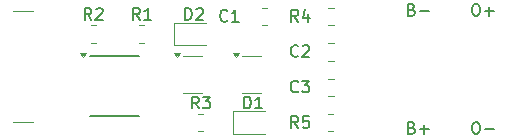
<source format=gbr>
%TF.GenerationSoftware,KiCad,Pcbnew,8.0.6*%
%TF.CreationDate,2025-04-05T03:11:41-05:00*%
%TF.ProjectId,battery protection board,62617474-6572-4792-9070-726f74656374,rev?*%
%TF.SameCoordinates,Original*%
%TF.FileFunction,Legend,Top*%
%TF.FilePolarity,Positive*%
%FSLAX46Y46*%
G04 Gerber Fmt 4.6, Leading zero omitted, Abs format (unit mm)*
G04 Created by KiCad (PCBNEW 8.0.6) date 2025-04-05 03:11:41*
%MOMM*%
%LPD*%
G01*
G04 APERTURE LIST*
%ADD10C,0.150000*%
%ADD11C,0.120000*%
G04 APERTURE END LIST*
D10*
X175785714Y-99954819D02*
X175976190Y-99954819D01*
X175976190Y-99954819D02*
X176071428Y-100002438D01*
X176071428Y-100002438D02*
X176166666Y-100097676D01*
X176166666Y-100097676D02*
X176214285Y-100288152D01*
X176214285Y-100288152D02*
X176214285Y-100621485D01*
X176214285Y-100621485D02*
X176166666Y-100811961D01*
X176166666Y-100811961D02*
X176071428Y-100907200D01*
X176071428Y-100907200D02*
X175976190Y-100954819D01*
X175976190Y-100954819D02*
X175785714Y-100954819D01*
X175785714Y-100954819D02*
X175690476Y-100907200D01*
X175690476Y-100907200D02*
X175595238Y-100811961D01*
X175595238Y-100811961D02*
X175547619Y-100621485D01*
X175547619Y-100621485D02*
X175547619Y-100288152D01*
X175547619Y-100288152D02*
X175595238Y-100097676D01*
X175595238Y-100097676D02*
X175690476Y-100002438D01*
X175690476Y-100002438D02*
X175785714Y-99954819D01*
X176642857Y-100573866D02*
X177404762Y-100573866D01*
X175785714Y-89954819D02*
X175976190Y-89954819D01*
X175976190Y-89954819D02*
X176071428Y-90002438D01*
X176071428Y-90002438D02*
X176166666Y-90097676D01*
X176166666Y-90097676D02*
X176214285Y-90288152D01*
X176214285Y-90288152D02*
X176214285Y-90621485D01*
X176214285Y-90621485D02*
X176166666Y-90811961D01*
X176166666Y-90811961D02*
X176071428Y-90907200D01*
X176071428Y-90907200D02*
X175976190Y-90954819D01*
X175976190Y-90954819D02*
X175785714Y-90954819D01*
X175785714Y-90954819D02*
X175690476Y-90907200D01*
X175690476Y-90907200D02*
X175595238Y-90811961D01*
X175595238Y-90811961D02*
X175547619Y-90621485D01*
X175547619Y-90621485D02*
X175547619Y-90288152D01*
X175547619Y-90288152D02*
X175595238Y-90097676D01*
X175595238Y-90097676D02*
X175690476Y-90002438D01*
X175690476Y-90002438D02*
X175785714Y-89954819D01*
X176642857Y-90573866D02*
X177404762Y-90573866D01*
X177023809Y-90954819D02*
X177023809Y-90192914D01*
X160833333Y-100454819D02*
X160500000Y-99978628D01*
X160261905Y-100454819D02*
X160261905Y-99454819D01*
X160261905Y-99454819D02*
X160642857Y-99454819D01*
X160642857Y-99454819D02*
X160738095Y-99502438D01*
X160738095Y-99502438D02*
X160785714Y-99550057D01*
X160785714Y-99550057D02*
X160833333Y-99645295D01*
X160833333Y-99645295D02*
X160833333Y-99788152D01*
X160833333Y-99788152D02*
X160785714Y-99883390D01*
X160785714Y-99883390D02*
X160738095Y-99931009D01*
X160738095Y-99931009D02*
X160642857Y-99978628D01*
X160642857Y-99978628D02*
X160261905Y-99978628D01*
X161738095Y-99454819D02*
X161261905Y-99454819D01*
X161261905Y-99454819D02*
X161214286Y-99931009D01*
X161214286Y-99931009D02*
X161261905Y-99883390D01*
X161261905Y-99883390D02*
X161357143Y-99835771D01*
X161357143Y-99835771D02*
X161595238Y-99835771D01*
X161595238Y-99835771D02*
X161690476Y-99883390D01*
X161690476Y-99883390D02*
X161738095Y-99931009D01*
X161738095Y-99931009D02*
X161785714Y-100026247D01*
X161785714Y-100026247D02*
X161785714Y-100264342D01*
X161785714Y-100264342D02*
X161738095Y-100359580D01*
X161738095Y-100359580D02*
X161690476Y-100407200D01*
X161690476Y-100407200D02*
X161595238Y-100454819D01*
X161595238Y-100454819D02*
X161357143Y-100454819D01*
X161357143Y-100454819D02*
X161261905Y-100407200D01*
X161261905Y-100407200D02*
X161214286Y-100359580D01*
X160833333Y-91454819D02*
X160500000Y-90978628D01*
X160261905Y-91454819D02*
X160261905Y-90454819D01*
X160261905Y-90454819D02*
X160642857Y-90454819D01*
X160642857Y-90454819D02*
X160738095Y-90502438D01*
X160738095Y-90502438D02*
X160785714Y-90550057D01*
X160785714Y-90550057D02*
X160833333Y-90645295D01*
X160833333Y-90645295D02*
X160833333Y-90788152D01*
X160833333Y-90788152D02*
X160785714Y-90883390D01*
X160785714Y-90883390D02*
X160738095Y-90931009D01*
X160738095Y-90931009D02*
X160642857Y-90978628D01*
X160642857Y-90978628D02*
X160261905Y-90978628D01*
X161690476Y-90788152D02*
X161690476Y-91454819D01*
X161452381Y-90407200D02*
X161214286Y-91121485D01*
X161214286Y-91121485D02*
X161833333Y-91121485D01*
X152420833Y-98804819D02*
X152087500Y-98328628D01*
X151849405Y-98804819D02*
X151849405Y-97804819D01*
X151849405Y-97804819D02*
X152230357Y-97804819D01*
X152230357Y-97804819D02*
X152325595Y-97852438D01*
X152325595Y-97852438D02*
X152373214Y-97900057D01*
X152373214Y-97900057D02*
X152420833Y-97995295D01*
X152420833Y-97995295D02*
X152420833Y-98138152D01*
X152420833Y-98138152D02*
X152373214Y-98233390D01*
X152373214Y-98233390D02*
X152325595Y-98281009D01*
X152325595Y-98281009D02*
X152230357Y-98328628D01*
X152230357Y-98328628D02*
X151849405Y-98328628D01*
X152754167Y-97804819D02*
X153373214Y-97804819D01*
X153373214Y-97804819D02*
X153039881Y-98185771D01*
X153039881Y-98185771D02*
X153182738Y-98185771D01*
X153182738Y-98185771D02*
X153277976Y-98233390D01*
X153277976Y-98233390D02*
X153325595Y-98281009D01*
X153325595Y-98281009D02*
X153373214Y-98376247D01*
X153373214Y-98376247D02*
X153373214Y-98614342D01*
X153373214Y-98614342D02*
X153325595Y-98709580D01*
X153325595Y-98709580D02*
X153277976Y-98757200D01*
X153277976Y-98757200D02*
X153182738Y-98804819D01*
X153182738Y-98804819D02*
X152897024Y-98804819D01*
X152897024Y-98804819D02*
X152801786Y-98757200D01*
X152801786Y-98757200D02*
X152754167Y-98709580D01*
X143333333Y-91304819D02*
X143000000Y-90828628D01*
X142761905Y-91304819D02*
X142761905Y-90304819D01*
X142761905Y-90304819D02*
X143142857Y-90304819D01*
X143142857Y-90304819D02*
X143238095Y-90352438D01*
X143238095Y-90352438D02*
X143285714Y-90400057D01*
X143285714Y-90400057D02*
X143333333Y-90495295D01*
X143333333Y-90495295D02*
X143333333Y-90638152D01*
X143333333Y-90638152D02*
X143285714Y-90733390D01*
X143285714Y-90733390D02*
X143238095Y-90781009D01*
X143238095Y-90781009D02*
X143142857Y-90828628D01*
X143142857Y-90828628D02*
X142761905Y-90828628D01*
X143714286Y-90400057D02*
X143761905Y-90352438D01*
X143761905Y-90352438D02*
X143857143Y-90304819D01*
X143857143Y-90304819D02*
X144095238Y-90304819D01*
X144095238Y-90304819D02*
X144190476Y-90352438D01*
X144190476Y-90352438D02*
X144238095Y-90400057D01*
X144238095Y-90400057D02*
X144285714Y-90495295D01*
X144285714Y-90495295D02*
X144285714Y-90590533D01*
X144285714Y-90590533D02*
X144238095Y-90733390D01*
X144238095Y-90733390D02*
X143666667Y-91304819D01*
X143666667Y-91304819D02*
X144285714Y-91304819D01*
X147420833Y-91304819D02*
X147087500Y-90828628D01*
X146849405Y-91304819D02*
X146849405Y-90304819D01*
X146849405Y-90304819D02*
X147230357Y-90304819D01*
X147230357Y-90304819D02*
X147325595Y-90352438D01*
X147325595Y-90352438D02*
X147373214Y-90400057D01*
X147373214Y-90400057D02*
X147420833Y-90495295D01*
X147420833Y-90495295D02*
X147420833Y-90638152D01*
X147420833Y-90638152D02*
X147373214Y-90733390D01*
X147373214Y-90733390D02*
X147325595Y-90781009D01*
X147325595Y-90781009D02*
X147230357Y-90828628D01*
X147230357Y-90828628D02*
X146849405Y-90828628D01*
X148373214Y-91304819D02*
X147801786Y-91304819D01*
X148087500Y-91304819D02*
X148087500Y-90304819D01*
X148087500Y-90304819D02*
X147992262Y-90447676D01*
X147992262Y-90447676D02*
X147897024Y-90542914D01*
X147897024Y-90542914D02*
X147801786Y-90590533D01*
X170452381Y-90431009D02*
X170595238Y-90478628D01*
X170595238Y-90478628D02*
X170642857Y-90526247D01*
X170642857Y-90526247D02*
X170690476Y-90621485D01*
X170690476Y-90621485D02*
X170690476Y-90764342D01*
X170690476Y-90764342D02*
X170642857Y-90859580D01*
X170642857Y-90859580D02*
X170595238Y-90907200D01*
X170595238Y-90907200D02*
X170500000Y-90954819D01*
X170500000Y-90954819D02*
X170119048Y-90954819D01*
X170119048Y-90954819D02*
X170119048Y-89954819D01*
X170119048Y-89954819D02*
X170452381Y-89954819D01*
X170452381Y-89954819D02*
X170547619Y-90002438D01*
X170547619Y-90002438D02*
X170595238Y-90050057D01*
X170595238Y-90050057D02*
X170642857Y-90145295D01*
X170642857Y-90145295D02*
X170642857Y-90240533D01*
X170642857Y-90240533D02*
X170595238Y-90335771D01*
X170595238Y-90335771D02*
X170547619Y-90383390D01*
X170547619Y-90383390D02*
X170452381Y-90431009D01*
X170452381Y-90431009D02*
X170119048Y-90431009D01*
X171119048Y-90573866D02*
X171880953Y-90573866D01*
X170452381Y-100431009D02*
X170595238Y-100478628D01*
X170595238Y-100478628D02*
X170642857Y-100526247D01*
X170642857Y-100526247D02*
X170690476Y-100621485D01*
X170690476Y-100621485D02*
X170690476Y-100764342D01*
X170690476Y-100764342D02*
X170642857Y-100859580D01*
X170642857Y-100859580D02*
X170595238Y-100907200D01*
X170595238Y-100907200D02*
X170500000Y-100954819D01*
X170500000Y-100954819D02*
X170119048Y-100954819D01*
X170119048Y-100954819D02*
X170119048Y-99954819D01*
X170119048Y-99954819D02*
X170452381Y-99954819D01*
X170452381Y-99954819D02*
X170547619Y-100002438D01*
X170547619Y-100002438D02*
X170595238Y-100050057D01*
X170595238Y-100050057D02*
X170642857Y-100145295D01*
X170642857Y-100145295D02*
X170642857Y-100240533D01*
X170642857Y-100240533D02*
X170595238Y-100335771D01*
X170595238Y-100335771D02*
X170547619Y-100383390D01*
X170547619Y-100383390D02*
X170452381Y-100431009D01*
X170452381Y-100431009D02*
X170119048Y-100431009D01*
X171119048Y-100573866D02*
X171880953Y-100573866D01*
X171500000Y-100954819D02*
X171500000Y-100192914D01*
X151261905Y-91304819D02*
X151261905Y-90304819D01*
X151261905Y-90304819D02*
X151500000Y-90304819D01*
X151500000Y-90304819D02*
X151642857Y-90352438D01*
X151642857Y-90352438D02*
X151738095Y-90447676D01*
X151738095Y-90447676D02*
X151785714Y-90542914D01*
X151785714Y-90542914D02*
X151833333Y-90733390D01*
X151833333Y-90733390D02*
X151833333Y-90876247D01*
X151833333Y-90876247D02*
X151785714Y-91066723D01*
X151785714Y-91066723D02*
X151738095Y-91161961D01*
X151738095Y-91161961D02*
X151642857Y-91257200D01*
X151642857Y-91257200D02*
X151500000Y-91304819D01*
X151500000Y-91304819D02*
X151261905Y-91304819D01*
X152214286Y-90400057D02*
X152261905Y-90352438D01*
X152261905Y-90352438D02*
X152357143Y-90304819D01*
X152357143Y-90304819D02*
X152595238Y-90304819D01*
X152595238Y-90304819D02*
X152690476Y-90352438D01*
X152690476Y-90352438D02*
X152738095Y-90400057D01*
X152738095Y-90400057D02*
X152785714Y-90495295D01*
X152785714Y-90495295D02*
X152785714Y-90590533D01*
X152785714Y-90590533D02*
X152738095Y-90733390D01*
X152738095Y-90733390D02*
X152166667Y-91304819D01*
X152166667Y-91304819D02*
X152785714Y-91304819D01*
X156261905Y-98804819D02*
X156261905Y-97804819D01*
X156261905Y-97804819D02*
X156500000Y-97804819D01*
X156500000Y-97804819D02*
X156642857Y-97852438D01*
X156642857Y-97852438D02*
X156738095Y-97947676D01*
X156738095Y-97947676D02*
X156785714Y-98042914D01*
X156785714Y-98042914D02*
X156833333Y-98233390D01*
X156833333Y-98233390D02*
X156833333Y-98376247D01*
X156833333Y-98376247D02*
X156785714Y-98566723D01*
X156785714Y-98566723D02*
X156738095Y-98661961D01*
X156738095Y-98661961D02*
X156642857Y-98757200D01*
X156642857Y-98757200D02*
X156500000Y-98804819D01*
X156500000Y-98804819D02*
X156261905Y-98804819D01*
X157785714Y-98804819D02*
X157214286Y-98804819D01*
X157500000Y-98804819D02*
X157500000Y-97804819D01*
X157500000Y-97804819D02*
X157404762Y-97947676D01*
X157404762Y-97947676D02*
X157309524Y-98042914D01*
X157309524Y-98042914D02*
X157214286Y-98090533D01*
X160833333Y-97359580D02*
X160785714Y-97407200D01*
X160785714Y-97407200D02*
X160642857Y-97454819D01*
X160642857Y-97454819D02*
X160547619Y-97454819D01*
X160547619Y-97454819D02*
X160404762Y-97407200D01*
X160404762Y-97407200D02*
X160309524Y-97311961D01*
X160309524Y-97311961D02*
X160261905Y-97216723D01*
X160261905Y-97216723D02*
X160214286Y-97026247D01*
X160214286Y-97026247D02*
X160214286Y-96883390D01*
X160214286Y-96883390D02*
X160261905Y-96692914D01*
X160261905Y-96692914D02*
X160309524Y-96597676D01*
X160309524Y-96597676D02*
X160404762Y-96502438D01*
X160404762Y-96502438D02*
X160547619Y-96454819D01*
X160547619Y-96454819D02*
X160642857Y-96454819D01*
X160642857Y-96454819D02*
X160785714Y-96502438D01*
X160785714Y-96502438D02*
X160833333Y-96550057D01*
X161166667Y-96454819D02*
X161785714Y-96454819D01*
X161785714Y-96454819D02*
X161452381Y-96835771D01*
X161452381Y-96835771D02*
X161595238Y-96835771D01*
X161595238Y-96835771D02*
X161690476Y-96883390D01*
X161690476Y-96883390D02*
X161738095Y-96931009D01*
X161738095Y-96931009D02*
X161785714Y-97026247D01*
X161785714Y-97026247D02*
X161785714Y-97264342D01*
X161785714Y-97264342D02*
X161738095Y-97359580D01*
X161738095Y-97359580D02*
X161690476Y-97407200D01*
X161690476Y-97407200D02*
X161595238Y-97454819D01*
X161595238Y-97454819D02*
X161309524Y-97454819D01*
X161309524Y-97454819D02*
X161214286Y-97407200D01*
X161214286Y-97407200D02*
X161166667Y-97359580D01*
X160833333Y-94359580D02*
X160785714Y-94407200D01*
X160785714Y-94407200D02*
X160642857Y-94454819D01*
X160642857Y-94454819D02*
X160547619Y-94454819D01*
X160547619Y-94454819D02*
X160404762Y-94407200D01*
X160404762Y-94407200D02*
X160309524Y-94311961D01*
X160309524Y-94311961D02*
X160261905Y-94216723D01*
X160261905Y-94216723D02*
X160214286Y-94026247D01*
X160214286Y-94026247D02*
X160214286Y-93883390D01*
X160214286Y-93883390D02*
X160261905Y-93692914D01*
X160261905Y-93692914D02*
X160309524Y-93597676D01*
X160309524Y-93597676D02*
X160404762Y-93502438D01*
X160404762Y-93502438D02*
X160547619Y-93454819D01*
X160547619Y-93454819D02*
X160642857Y-93454819D01*
X160642857Y-93454819D02*
X160785714Y-93502438D01*
X160785714Y-93502438D02*
X160833333Y-93550057D01*
X161214286Y-93550057D02*
X161261905Y-93502438D01*
X161261905Y-93502438D02*
X161357143Y-93454819D01*
X161357143Y-93454819D02*
X161595238Y-93454819D01*
X161595238Y-93454819D02*
X161690476Y-93502438D01*
X161690476Y-93502438D02*
X161738095Y-93550057D01*
X161738095Y-93550057D02*
X161785714Y-93645295D01*
X161785714Y-93645295D02*
X161785714Y-93740533D01*
X161785714Y-93740533D02*
X161738095Y-93883390D01*
X161738095Y-93883390D02*
X161166667Y-94454819D01*
X161166667Y-94454819D02*
X161785714Y-94454819D01*
X154833333Y-91359580D02*
X154785714Y-91407200D01*
X154785714Y-91407200D02*
X154642857Y-91454819D01*
X154642857Y-91454819D02*
X154547619Y-91454819D01*
X154547619Y-91454819D02*
X154404762Y-91407200D01*
X154404762Y-91407200D02*
X154309524Y-91311961D01*
X154309524Y-91311961D02*
X154261905Y-91216723D01*
X154261905Y-91216723D02*
X154214286Y-91026247D01*
X154214286Y-91026247D02*
X154214286Y-90883390D01*
X154214286Y-90883390D02*
X154261905Y-90692914D01*
X154261905Y-90692914D02*
X154309524Y-90597676D01*
X154309524Y-90597676D02*
X154404762Y-90502438D01*
X154404762Y-90502438D02*
X154547619Y-90454819D01*
X154547619Y-90454819D02*
X154642857Y-90454819D01*
X154642857Y-90454819D02*
X154785714Y-90502438D01*
X154785714Y-90502438D02*
X154833333Y-90550057D01*
X155785714Y-91454819D02*
X155214286Y-91454819D01*
X155500000Y-91454819D02*
X155500000Y-90454819D01*
X155500000Y-90454819D02*
X155404762Y-90597676D01*
X155404762Y-90597676D02*
X155309524Y-90692914D01*
X155309524Y-90692914D02*
X155214286Y-90740533D01*
D11*
%TO.C,U3*%
X151862500Y-94390000D02*
X151062500Y-94390000D01*
X151862500Y-94390000D02*
X152662500Y-94390000D01*
X151862500Y-97510000D02*
X151062500Y-97510000D01*
X151862500Y-97510000D02*
X152662500Y-97510000D01*
X150562500Y-94440000D02*
X150322500Y-94110000D01*
X150802500Y-94110000D01*
X150562500Y-94440000D01*
G36*
X150562500Y-94440000D02*
G01*
X150322500Y-94110000D01*
X150802500Y-94110000D01*
X150562500Y-94440000D01*
G37*
%TO.C,U2*%
X156862500Y-94390000D02*
X156062500Y-94390000D01*
X156862500Y-94390000D02*
X157662500Y-94390000D01*
X156862500Y-97510000D02*
X156062500Y-97510000D01*
X156862500Y-97510000D02*
X157662500Y-97510000D01*
X155562500Y-94440000D02*
X155322500Y-94110000D01*
X155802500Y-94110000D01*
X155562500Y-94440000D01*
G36*
X155562500Y-94440000D02*
G01*
X155322500Y-94110000D01*
X155802500Y-94110000D01*
X155562500Y-94440000D01*
G37*
D10*
%TO.C,U1*%
X143225000Y-94330000D02*
X147375000Y-94330000D01*
X143225000Y-99480000D02*
X147375000Y-99480000D01*
D11*
X142625000Y-94430000D02*
X142385000Y-94100000D01*
X142865000Y-94100000D01*
X142625000Y-94430000D01*
G36*
X142625000Y-94430000D02*
G01*
X142385000Y-94100000D01*
X142865000Y-94100000D01*
X142625000Y-94430000D01*
G37*
%TO.C,R5*%
X163360436Y-99265000D02*
X163814564Y-99265000D01*
X163360436Y-100735000D02*
X163814564Y-100735000D01*
%TO.C,R4*%
X158227064Y-91735000D02*
X157772936Y-91735000D01*
X158227064Y-90265000D02*
X157772936Y-90265000D01*
%TO.C,R3*%
X152360436Y-99265000D02*
X152814564Y-99265000D01*
X152360436Y-100735000D02*
X152814564Y-100735000D01*
%TO.C,R2*%
X143272936Y-91765000D02*
X143727064Y-91765000D01*
X143272936Y-93235000D02*
X143727064Y-93235000D01*
%TO.C,R1*%
X147360436Y-91765000D02*
X147814564Y-91765000D01*
X147360436Y-93235000D02*
X147814564Y-93235000D01*
%TO.C,J1*%
X136670000Y-90580000D02*
X138370000Y-90580000D01*
X136670000Y-99920000D02*
X138370000Y-99920000D01*
%TO.C,D2*%
X150315000Y-91540000D02*
X150315000Y-93460000D01*
X150315000Y-93460000D02*
X153000000Y-93460000D01*
X153000000Y-91540000D02*
X150315000Y-91540000D01*
%TO.C,D1*%
X155315000Y-99040000D02*
X155315000Y-100960000D01*
X155315000Y-100960000D02*
X158000000Y-100960000D01*
X158000000Y-99040000D02*
X155315000Y-99040000D01*
%TO.C,C3*%
X163361248Y-96290000D02*
X163883752Y-96290000D01*
X163361248Y-97760000D02*
X163883752Y-97760000D01*
%TO.C,C2*%
X163883752Y-94750000D02*
X163361248Y-94750000D01*
X163883752Y-93280000D02*
X163361248Y-93280000D01*
%TO.C,C1*%
X163361248Y-90270000D02*
X163883752Y-90270000D01*
X163361248Y-91740000D02*
X163883752Y-91740000D01*
%TD*%
M02*

</source>
